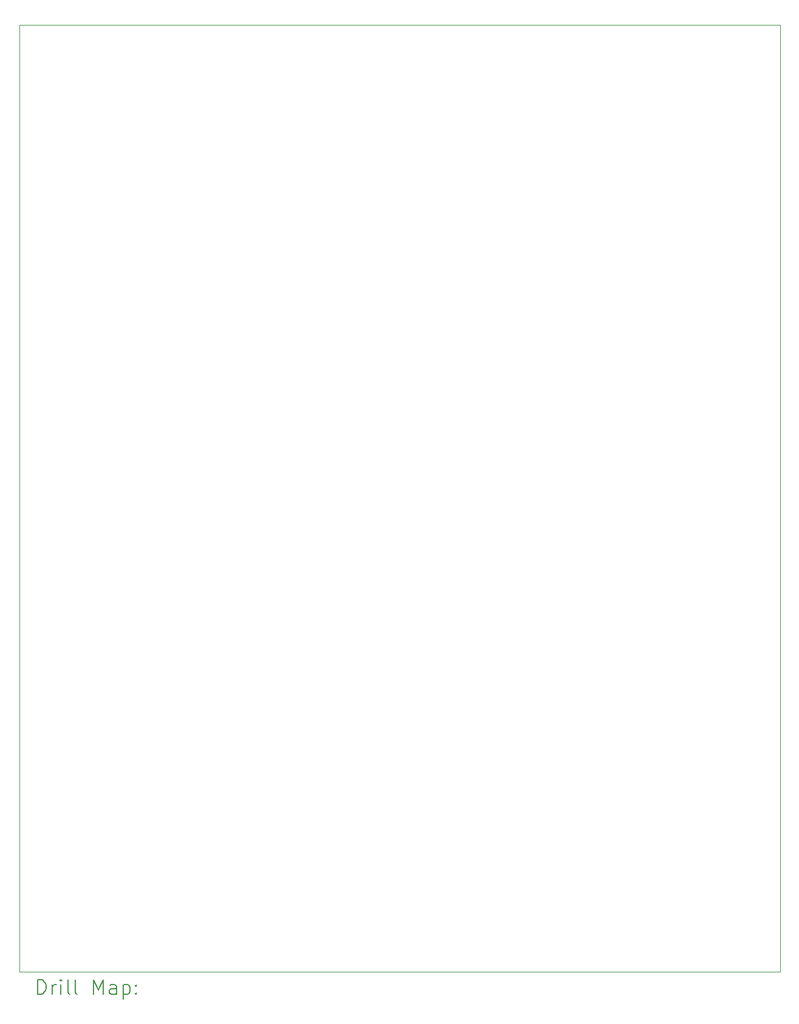
<source format=gbr>
%TF.GenerationSoftware,KiCad,Pcbnew,9.0.0*%
%TF.CreationDate,2025-04-29T18:09:41-05:00*%
%TF.ProjectId,Mainboard,4d61696e-626f-4617-9264-2e6b69636164,rev?*%
%TF.SameCoordinates,Original*%
%TF.FileFunction,Drillmap*%
%TF.FilePolarity,Positive*%
%FSLAX45Y45*%
G04 Gerber Fmt 4.5, Leading zero omitted, Abs format (unit mm)*
G04 Created by KiCad (PCBNEW 9.0.0) date 2025-04-29 18:09:41*
%MOMM*%
%LPD*%
G01*
G04 APERTURE LIST*
%ADD10C,0.050000*%
%ADD11C,0.200000*%
G04 APERTURE END LIST*
D10*
X11908500Y-2750000D02*
X22516500Y-2750000D01*
X22516500Y-15950000D01*
X11908500Y-15950000D01*
X11908500Y-2750000D01*
D11*
X12166777Y-16263984D02*
X12166777Y-16063984D01*
X12166777Y-16063984D02*
X12214396Y-16063984D01*
X12214396Y-16063984D02*
X12242967Y-16073508D01*
X12242967Y-16073508D02*
X12262015Y-16092555D01*
X12262015Y-16092555D02*
X12271539Y-16111603D01*
X12271539Y-16111603D02*
X12281062Y-16149698D01*
X12281062Y-16149698D02*
X12281062Y-16178269D01*
X12281062Y-16178269D02*
X12271539Y-16216365D01*
X12271539Y-16216365D02*
X12262015Y-16235412D01*
X12262015Y-16235412D02*
X12242967Y-16254460D01*
X12242967Y-16254460D02*
X12214396Y-16263984D01*
X12214396Y-16263984D02*
X12166777Y-16263984D01*
X12366777Y-16263984D02*
X12366777Y-16130650D01*
X12366777Y-16168746D02*
X12376301Y-16149698D01*
X12376301Y-16149698D02*
X12385824Y-16140174D01*
X12385824Y-16140174D02*
X12404872Y-16130650D01*
X12404872Y-16130650D02*
X12423920Y-16130650D01*
X12490586Y-16263984D02*
X12490586Y-16130650D01*
X12490586Y-16063984D02*
X12481062Y-16073508D01*
X12481062Y-16073508D02*
X12490586Y-16083031D01*
X12490586Y-16083031D02*
X12500110Y-16073508D01*
X12500110Y-16073508D02*
X12490586Y-16063984D01*
X12490586Y-16063984D02*
X12490586Y-16083031D01*
X12614396Y-16263984D02*
X12595348Y-16254460D01*
X12595348Y-16254460D02*
X12585824Y-16235412D01*
X12585824Y-16235412D02*
X12585824Y-16063984D01*
X12719158Y-16263984D02*
X12700110Y-16254460D01*
X12700110Y-16254460D02*
X12690586Y-16235412D01*
X12690586Y-16235412D02*
X12690586Y-16063984D01*
X12947729Y-16263984D02*
X12947729Y-16063984D01*
X12947729Y-16063984D02*
X13014396Y-16206841D01*
X13014396Y-16206841D02*
X13081062Y-16063984D01*
X13081062Y-16063984D02*
X13081062Y-16263984D01*
X13262015Y-16263984D02*
X13262015Y-16159222D01*
X13262015Y-16159222D02*
X13252491Y-16140174D01*
X13252491Y-16140174D02*
X13233443Y-16130650D01*
X13233443Y-16130650D02*
X13195348Y-16130650D01*
X13195348Y-16130650D02*
X13176301Y-16140174D01*
X13262015Y-16254460D02*
X13242967Y-16263984D01*
X13242967Y-16263984D02*
X13195348Y-16263984D01*
X13195348Y-16263984D02*
X13176301Y-16254460D01*
X13176301Y-16254460D02*
X13166777Y-16235412D01*
X13166777Y-16235412D02*
X13166777Y-16216365D01*
X13166777Y-16216365D02*
X13176301Y-16197317D01*
X13176301Y-16197317D02*
X13195348Y-16187793D01*
X13195348Y-16187793D02*
X13242967Y-16187793D01*
X13242967Y-16187793D02*
X13262015Y-16178269D01*
X13357253Y-16130650D02*
X13357253Y-16330650D01*
X13357253Y-16140174D02*
X13376301Y-16130650D01*
X13376301Y-16130650D02*
X13414396Y-16130650D01*
X13414396Y-16130650D02*
X13433443Y-16140174D01*
X13433443Y-16140174D02*
X13442967Y-16149698D01*
X13442967Y-16149698D02*
X13452491Y-16168746D01*
X13452491Y-16168746D02*
X13452491Y-16225888D01*
X13452491Y-16225888D02*
X13442967Y-16244936D01*
X13442967Y-16244936D02*
X13433443Y-16254460D01*
X13433443Y-16254460D02*
X13414396Y-16263984D01*
X13414396Y-16263984D02*
X13376301Y-16263984D01*
X13376301Y-16263984D02*
X13357253Y-16254460D01*
X13538205Y-16244936D02*
X13547729Y-16254460D01*
X13547729Y-16254460D02*
X13538205Y-16263984D01*
X13538205Y-16263984D02*
X13528682Y-16254460D01*
X13528682Y-16254460D02*
X13538205Y-16244936D01*
X13538205Y-16244936D02*
X13538205Y-16263984D01*
X13538205Y-16140174D02*
X13547729Y-16149698D01*
X13547729Y-16149698D02*
X13538205Y-16159222D01*
X13538205Y-16159222D02*
X13528682Y-16149698D01*
X13528682Y-16149698D02*
X13538205Y-16140174D01*
X13538205Y-16140174D02*
X13538205Y-16159222D01*
M02*

</source>
